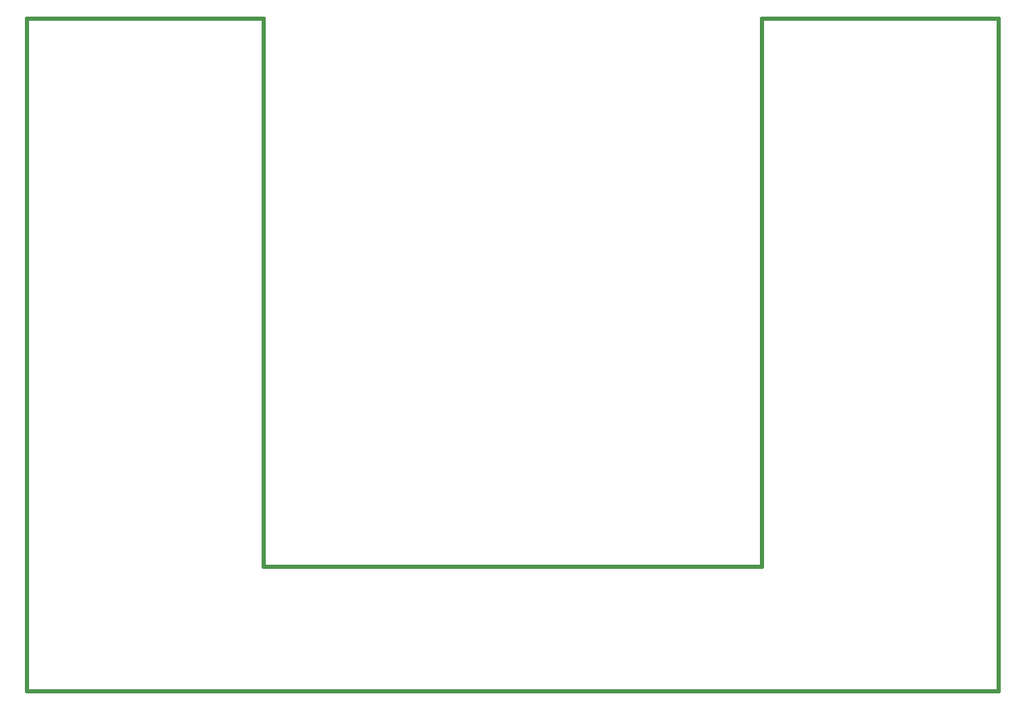
<source format=gbr>
G04 (created by PCBNEW (2013-03-31 BZR 4008)-stable) date 11/07/2013 1:56:24 PM*
%MOIN*%
G04 Gerber Fmt 3.4, Leading zero omitted, Abs format*
%FSLAX34Y34*%
G01*
G70*
G90*
G04 APERTURE LIST*
%ADD10C,2.3622e-006*%
%ADD11C,0.015*%
G04 APERTURE END LIST*
G54D10*
G54D11*
X20000Y-12000D02*
X20000Y-34000D01*
X40000Y-12000D02*
X40000Y-34000D01*
X49500Y-12000D02*
X40000Y-12000D01*
X49500Y-39000D02*
X49500Y-12000D01*
X10500Y-39000D02*
X49500Y-39000D01*
X10500Y-12000D02*
X10500Y-39000D01*
X10500Y-12000D02*
X20000Y-12000D01*
X20000Y-34000D02*
X40000Y-34000D01*
M02*

</source>
